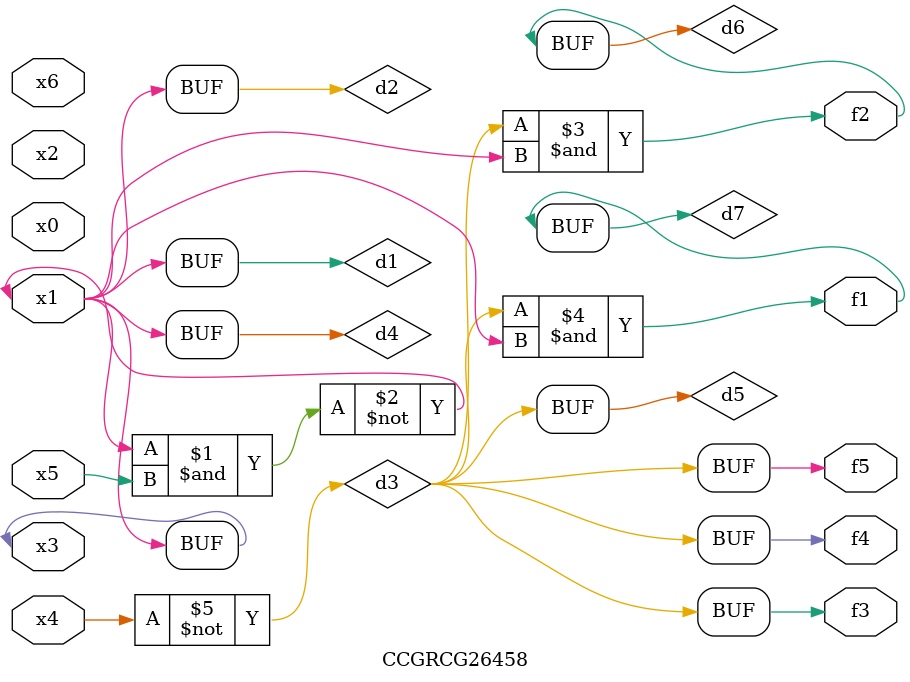
<source format=v>
module CCGRCG26458(
	input x0, x1, x2, x3, x4, x5, x6,
	output f1, f2, f3, f4, f5
);

	wire d1, d2, d3, d4, d5, d6, d7;

	buf (d1, x1, x3);
	nand (d2, x1, x5);
	not (d3, x4);
	buf (d4, d1, d2);
	buf (d5, d3);
	and (d6, d3, d4);
	and (d7, d3, d4);
	assign f1 = d7;
	assign f2 = d6;
	assign f3 = d5;
	assign f4 = d5;
	assign f5 = d5;
endmodule

</source>
